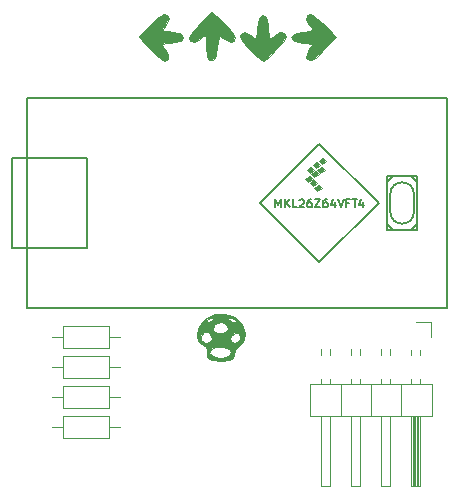
<source format=gbr>
%TF.GenerationSoftware,KiCad,Pcbnew,(5.1.10)-1*%
%TF.CreationDate,2021-05-24T22:46:13-05:00*%
%TF.ProjectId,mario2,6d617269-6f32-42e6-9b69-6361645f7063,rev?*%
%TF.SameCoordinates,Original*%
%TF.FileFunction,Legend,Top*%
%TF.FilePolarity,Positive*%
%FSLAX46Y46*%
G04 Gerber Fmt 4.6, Leading zero omitted, Abs format (unit mm)*
G04 Created by KiCad (PCBNEW (5.1.10)-1) date 2021-05-24 22:46:13*
%MOMM*%
%LPD*%
G01*
G04 APERTURE LIST*
%ADD10C,0.010000*%
%ADD11C,0.120000*%
%ADD12C,0.100000*%
%ADD13C,0.150000*%
G04 APERTURE END LIST*
D10*
%TO.C,G\u002A\u002A\u002A*%
G36*
X109578632Y-54150622D02*
G01*
X110187418Y-54696738D01*
X110296090Y-54804560D01*
X111363215Y-55871686D01*
X110367059Y-56891843D01*
X109706084Y-57537739D01*
X109286024Y-57842597D01*
X109016506Y-57850498D01*
X108829108Y-57641994D01*
X108852671Y-57271897D01*
X109092303Y-56896769D01*
X109334457Y-56587451D01*
X109254594Y-56436135D01*
X108771857Y-56360652D01*
X108545685Y-56341274D01*
X107824731Y-56194591D01*
X107570005Y-55904999D01*
X107569000Y-55880000D01*
X107793119Y-55580339D01*
X108481811Y-55424367D01*
X108545685Y-55418725D01*
X109162210Y-55351113D01*
X109350760Y-55231478D01*
X109190196Y-54973355D01*
X109072387Y-54841223D01*
X108784186Y-54403755D01*
X108891411Y-54076736D01*
X108925684Y-54040715D01*
X109186782Y-53947960D01*
X109578632Y-54150622D01*
G37*
X109578632Y-54150622D02*
X110187418Y-54696738D01*
X110296090Y-54804560D01*
X111363215Y-55871686D01*
X110367059Y-56891843D01*
X109706084Y-57537739D01*
X109286024Y-57842597D01*
X109016506Y-57850498D01*
X108829108Y-57641994D01*
X108852671Y-57271897D01*
X109092303Y-56896769D01*
X109334457Y-56587451D01*
X109254594Y-56436135D01*
X108771857Y-56360652D01*
X108545685Y-56341274D01*
X107824731Y-56194591D01*
X107570005Y-55904999D01*
X107569000Y-55880000D01*
X107793119Y-55580339D01*
X108481811Y-55424367D01*
X108545685Y-55418725D01*
X109162210Y-55351113D01*
X109350760Y-55231478D01*
X109190196Y-54973355D01*
X109072387Y-54841223D01*
X108784186Y-54403755D01*
X108891411Y-54076736D01*
X108925684Y-54040715D01*
X109186782Y-53947960D01*
X109578632Y-54150622D01*
G36*
X105433054Y-54166668D02*
G01*
X105588191Y-54780768D01*
X105616328Y-55079542D01*
X105678523Y-55752093D01*
X105782199Y-55999340D01*
X105999589Y-55903047D01*
X106193829Y-55733244D01*
X106634809Y-55444772D01*
X106963608Y-55555104D01*
X106991180Y-55581580D01*
X107082846Y-55850841D01*
X106868502Y-56258713D01*
X106301867Y-56893062D01*
X106298630Y-56896378D01*
X105730377Y-57452885D01*
X105306092Y-57821784D01*
X105156000Y-57912000D01*
X104910076Y-57744830D01*
X104434230Y-57313652D01*
X104013369Y-56896378D01*
X103445133Y-56260875D01*
X103229385Y-55852224D01*
X103319844Y-55582558D01*
X103320819Y-55581580D01*
X103647462Y-55439117D01*
X104072871Y-55692907D01*
X104118170Y-55733244D01*
X104428907Y-55983655D01*
X104586197Y-55935502D01*
X104662272Y-55507022D01*
X104695671Y-55079542D01*
X104816605Y-54316252D01*
X105051550Y-53994361D01*
X105156000Y-53975000D01*
X105433054Y-54166668D01*
G37*
X105433054Y-54166668D02*
X105588191Y-54780768D01*
X105616328Y-55079542D01*
X105678523Y-55752093D01*
X105782199Y-55999340D01*
X105999589Y-55903047D01*
X106193829Y-55733244D01*
X106634809Y-55444772D01*
X106963608Y-55555104D01*
X106991180Y-55581580D01*
X107082846Y-55850841D01*
X106868502Y-56258713D01*
X106301867Y-56893062D01*
X106298630Y-56896378D01*
X105730377Y-57452885D01*
X105306092Y-57821784D01*
X105156000Y-57912000D01*
X104910076Y-57744830D01*
X104434230Y-57313652D01*
X104013369Y-56896378D01*
X103445133Y-56260875D01*
X103229385Y-55852224D01*
X103319844Y-55582558D01*
X103320819Y-55581580D01*
X103647462Y-55439117D01*
X104072871Y-55692907D01*
X104118170Y-55733244D01*
X104428907Y-55983655D01*
X104586197Y-55935502D01*
X104662272Y-55507022D01*
X104695671Y-55079542D01*
X104816605Y-54316252D01*
X105051550Y-53994361D01*
X105156000Y-53975000D01*
X105433054Y-54166668D01*
G36*
X101909282Y-54799752D02*
G01*
X102509520Y-55447639D01*
X102759628Y-55865977D01*
X102707629Y-56140718D01*
X102677284Y-56174315D01*
X102352378Y-56322656D01*
X101934985Y-56079188D01*
X101875829Y-56026755D01*
X101563119Y-55774879D01*
X101405931Y-55825029D01*
X101330094Y-56258628D01*
X101298328Y-56660716D01*
X101156521Y-57453869D01*
X100898485Y-57850417D01*
X100561525Y-57799256D01*
X100504625Y-57747958D01*
X100393343Y-57402824D01*
X100333366Y-56761517D01*
X100330000Y-56560299D01*
X100316113Y-55924986D01*
X100225208Y-55718925D01*
X99983411Y-55863378D01*
X99815998Y-56012431D01*
X99371350Y-56310770D01*
X99044982Y-56217569D01*
X98998715Y-56174315D01*
X98906198Y-55913489D01*
X99108700Y-55521749D01*
X99654244Y-54913146D01*
X99766717Y-54799752D01*
X100838000Y-53728471D01*
X101909282Y-54799752D01*
G37*
X101909282Y-54799752D02*
X102509520Y-55447639D01*
X102759628Y-55865977D01*
X102707629Y-56140718D01*
X102677284Y-56174315D01*
X102352378Y-56322656D01*
X101934985Y-56079188D01*
X101875829Y-56026755D01*
X101563119Y-55774879D01*
X101405931Y-55825029D01*
X101330094Y-56258628D01*
X101298328Y-56660716D01*
X101156521Y-57453869D01*
X100898485Y-57850417D01*
X100561525Y-57799256D01*
X100504625Y-57747958D01*
X100393343Y-57402824D01*
X100333366Y-56761517D01*
X100330000Y-56560299D01*
X100316113Y-55924986D01*
X100225208Y-55718925D01*
X99983411Y-55863378D01*
X99815998Y-56012431D01*
X99371350Y-56310770D01*
X99044982Y-56217569D01*
X98998715Y-56174315D01*
X98906198Y-55913489D01*
X99108700Y-55521749D01*
X99654244Y-54913146D01*
X99766717Y-54799752D01*
X100838000Y-53728471D01*
X101909282Y-54799752D01*
G36*
X97036057Y-54011445D02*
G01*
X97068315Y-54040715D01*
X97216778Y-54365754D01*
X96973135Y-54783112D01*
X96921612Y-54841223D01*
X96661958Y-55164902D01*
X96725067Y-55321199D01*
X97189795Y-55396576D01*
X97448314Y-55418725D01*
X98169268Y-55565408D01*
X98423994Y-55855000D01*
X98425000Y-55880000D01*
X98200880Y-56179660D01*
X97512188Y-56335632D01*
X97448314Y-56341274D01*
X96834015Y-56410144D01*
X96645969Y-56531088D01*
X96803321Y-56786275D01*
X96901696Y-56896769D01*
X97156918Y-57377306D01*
X97098856Y-57775098D01*
X96810558Y-57912000D01*
X96543984Y-57744171D01*
X96053180Y-57311274D01*
X95626940Y-56891843D01*
X94630785Y-55871686D01*
X95697909Y-54804560D01*
X96344366Y-54205947D01*
X96761687Y-53957588D01*
X97036057Y-54011445D01*
G37*
X97036057Y-54011445D02*
X97068315Y-54040715D01*
X97216778Y-54365754D01*
X96973135Y-54783112D01*
X96921612Y-54841223D01*
X96661958Y-55164902D01*
X96725067Y-55321199D01*
X97189795Y-55396576D01*
X97448314Y-55418725D01*
X98169268Y-55565408D01*
X98423994Y-55855000D01*
X98425000Y-55880000D01*
X98200880Y-56179660D01*
X97512188Y-56335632D01*
X97448314Y-56341274D01*
X96834015Y-56410144D01*
X96645969Y-56531088D01*
X96803321Y-56786275D01*
X96901696Y-56896769D01*
X97156918Y-57377306D01*
X97098856Y-57775098D01*
X96810558Y-57912000D01*
X96543984Y-57744171D01*
X96053180Y-57311274D01*
X95626940Y-56891843D01*
X94630785Y-55871686D01*
X95697909Y-54804560D01*
X96344366Y-54205947D01*
X96761687Y-53957588D01*
X97036057Y-54011445D01*
G36*
X102775196Y-79608012D02*
G01*
X103370644Y-80169644D01*
X103629505Y-80960263D01*
X103632000Y-81052620D01*
X103478599Y-81724606D01*
X103187500Y-81986684D01*
X102818217Y-82364265D01*
X102743000Y-82677000D01*
X102650106Y-83011315D01*
X102286636Y-83186808D01*
X101661176Y-83263218D01*
X100885250Y-83254780D01*
X100495199Y-83068335D01*
X100432168Y-82957881D01*
X100396516Y-82624542D01*
X100627833Y-82624542D01*
X100889675Y-82906079D01*
X101468403Y-83019309D01*
X101687337Y-83008815D01*
X102302319Y-82837534D01*
X102489000Y-82550000D01*
X102274207Y-82260962D01*
X101773405Y-82090973D01*
X101201959Y-82077298D01*
X100778388Y-82254011D01*
X100627833Y-82624542D01*
X100396516Y-82624542D01*
X100381557Y-82484690D01*
X100431635Y-82337040D01*
X100348272Y-82095934D01*
X100073143Y-81967656D01*
X99659019Y-81644628D01*
X99562296Y-81159584D01*
X99911527Y-81159584D01*
X99935321Y-81511868D01*
X100283876Y-81763618D01*
X100665400Y-81721465D01*
X100838000Y-81421990D01*
X100816775Y-81366566D01*
X102405911Y-81366566D01*
X102458344Y-81720650D01*
X102783433Y-81744088D01*
X103174595Y-81497414D01*
X103251000Y-81276521D01*
X103092447Y-80953005D01*
X102758907Y-80934482D01*
X102463559Y-81198238D01*
X102405911Y-81366566D01*
X100816775Y-81366566D01*
X100668768Y-80980092D01*
X100561868Y-80885321D01*
X100181468Y-80873855D01*
X99911527Y-81159584D01*
X99562296Y-81159584D01*
X99545707Y-81076396D01*
X99667544Y-80620500D01*
X100908935Y-80620500D01*
X100960298Y-80764393D01*
X101319410Y-80974090D01*
X101804721Y-80939900D01*
X102171872Y-80708388D01*
X102235000Y-80521478D01*
X102030638Y-80178720D01*
X101576796Y-80036371D01*
X101112336Y-80154898D01*
X101036351Y-80218048D01*
X100908935Y-80620500D01*
X99667544Y-80620500D01*
X99721577Y-80418317D01*
X100145700Y-79864051D01*
X100366670Y-79864051D01*
X100426562Y-79996588D01*
X100569009Y-80010000D01*
X100913438Y-79825524D01*
X100963201Y-79758909D01*
X100929898Y-79641332D01*
X102213609Y-79641332D01*
X102236798Y-79758909D01*
X102508467Y-79969466D01*
X102799602Y-80004801D01*
X102870000Y-79910175D01*
X102670761Y-79747045D01*
X102475807Y-79659084D01*
X102213609Y-79641332D01*
X100929898Y-79641332D01*
X100922318Y-79614572D01*
X100724192Y-79659084D01*
X100366670Y-79864051D01*
X100145700Y-79864051D01*
X100175009Y-79825749D01*
X100237254Y-79774435D01*
X101081710Y-79362668D01*
X101969955Y-79323107D01*
X102775196Y-79608012D01*
G37*
X102775196Y-79608012D02*
X103370644Y-80169644D01*
X103629505Y-80960263D01*
X103632000Y-81052620D01*
X103478599Y-81724606D01*
X103187500Y-81986684D01*
X102818217Y-82364265D01*
X102743000Y-82677000D01*
X102650106Y-83011315D01*
X102286636Y-83186808D01*
X101661176Y-83263218D01*
X100885250Y-83254780D01*
X100495199Y-83068335D01*
X100432168Y-82957881D01*
X100396516Y-82624542D01*
X100627833Y-82624542D01*
X100889675Y-82906079D01*
X101468403Y-83019309D01*
X101687337Y-83008815D01*
X102302319Y-82837534D01*
X102489000Y-82550000D01*
X102274207Y-82260962D01*
X101773405Y-82090973D01*
X101201959Y-82077298D01*
X100778388Y-82254011D01*
X100627833Y-82624542D01*
X100396516Y-82624542D01*
X100381557Y-82484690D01*
X100431635Y-82337040D01*
X100348272Y-82095934D01*
X100073143Y-81967656D01*
X99659019Y-81644628D01*
X99562296Y-81159584D01*
X99911527Y-81159584D01*
X99935321Y-81511868D01*
X100283876Y-81763618D01*
X100665400Y-81721465D01*
X100838000Y-81421990D01*
X100816775Y-81366566D01*
X102405911Y-81366566D01*
X102458344Y-81720650D01*
X102783433Y-81744088D01*
X103174595Y-81497414D01*
X103251000Y-81276521D01*
X103092447Y-80953005D01*
X102758907Y-80934482D01*
X102463559Y-81198238D01*
X102405911Y-81366566D01*
X100816775Y-81366566D01*
X100668768Y-80980092D01*
X100561868Y-80885321D01*
X100181468Y-80873855D01*
X99911527Y-81159584D01*
X99562296Y-81159584D01*
X99545707Y-81076396D01*
X99667544Y-80620500D01*
X100908935Y-80620500D01*
X100960298Y-80764393D01*
X101319410Y-80974090D01*
X101804721Y-80939900D01*
X102171872Y-80708388D01*
X102235000Y-80521478D01*
X102030638Y-80178720D01*
X101576796Y-80036371D01*
X101112336Y-80154898D01*
X101036351Y-80218048D01*
X100908935Y-80620500D01*
X99667544Y-80620500D01*
X99721577Y-80418317D01*
X100145700Y-79864051D01*
X100366670Y-79864051D01*
X100426562Y-79996588D01*
X100569009Y-80010000D01*
X100913438Y-79825524D01*
X100963201Y-79758909D01*
X100929898Y-79641332D01*
X102213609Y-79641332D01*
X102236798Y-79758909D01*
X102508467Y-79969466D01*
X102799602Y-80004801D01*
X102870000Y-79910175D01*
X102670761Y-79747045D01*
X102475807Y-79659084D01*
X102213609Y-79641332D01*
X100929898Y-79641332D01*
X100922318Y-79614572D01*
X100724192Y-79659084D01*
X100366670Y-79864051D01*
X100145700Y-79864051D01*
X100175009Y-79825749D01*
X100237254Y-79774435D01*
X101081710Y-79362668D01*
X101969955Y-79323107D01*
X102775196Y-79608012D01*
D11*
%TO.C,J2*%
X119440000Y-85260000D02*
X109160000Y-85260000D01*
X109160000Y-85260000D02*
X109160000Y-87920000D01*
X109160000Y-87920000D02*
X119440000Y-87920000D01*
X119440000Y-87920000D02*
X119440000Y-85260000D01*
X118490000Y-87920000D02*
X118490000Y-93920000D01*
X118490000Y-93920000D02*
X117730000Y-93920000D01*
X117730000Y-93920000D02*
X117730000Y-87920000D01*
X118430000Y-87920000D02*
X118430000Y-93920000D01*
X118310000Y-87920000D02*
X118310000Y-93920000D01*
X118190000Y-87920000D02*
X118190000Y-93920000D01*
X118070000Y-87920000D02*
X118070000Y-93920000D01*
X117950000Y-87920000D02*
X117950000Y-93920000D01*
X117830000Y-87920000D02*
X117830000Y-93920000D01*
X118490000Y-84862929D02*
X118490000Y-85260000D01*
X117730000Y-84862929D02*
X117730000Y-85260000D01*
X118490000Y-82390000D02*
X118490000Y-82777071D01*
X117730000Y-82390000D02*
X117730000Y-82777071D01*
X116840000Y-85260000D02*
X116840000Y-87920000D01*
X115950000Y-87920000D02*
X115950000Y-93920000D01*
X115950000Y-93920000D02*
X115190000Y-93920000D01*
X115190000Y-93920000D02*
X115190000Y-87920000D01*
X115950000Y-84862929D02*
X115950000Y-85260000D01*
X115190000Y-84862929D02*
X115190000Y-85260000D01*
X115950000Y-82322929D02*
X115950000Y-82777071D01*
X115190000Y-82322929D02*
X115190000Y-82777071D01*
X114300000Y-85260000D02*
X114300000Y-87920000D01*
X113410000Y-87920000D02*
X113410000Y-93920000D01*
X113410000Y-93920000D02*
X112650000Y-93920000D01*
X112650000Y-93920000D02*
X112650000Y-87920000D01*
X113410000Y-84862929D02*
X113410000Y-85260000D01*
X112650000Y-84862929D02*
X112650000Y-85260000D01*
X113410000Y-82322929D02*
X113410000Y-82777071D01*
X112650000Y-82322929D02*
X112650000Y-82777071D01*
X111760000Y-85260000D02*
X111760000Y-87920000D01*
X110870000Y-87920000D02*
X110870000Y-93920000D01*
X110870000Y-93920000D02*
X110110000Y-93920000D01*
X110110000Y-93920000D02*
X110110000Y-87920000D01*
X110870000Y-84862929D02*
X110870000Y-85260000D01*
X110110000Y-84862929D02*
X110110000Y-85260000D01*
X110870000Y-82322929D02*
X110870000Y-82777071D01*
X110110000Y-82322929D02*
X110110000Y-82777071D01*
X118110000Y-80010000D02*
X119380000Y-80010000D01*
X119380000Y-80010000D02*
X119380000Y-81280000D01*
%TO.C,R1*%
X92090000Y-82200000D02*
X92090000Y-80360000D01*
X92090000Y-80360000D02*
X88250000Y-80360000D01*
X88250000Y-80360000D02*
X88250000Y-82200000D01*
X88250000Y-82200000D02*
X92090000Y-82200000D01*
X93040000Y-81280000D02*
X92090000Y-81280000D01*
X87300000Y-81280000D02*
X88250000Y-81280000D01*
%TO.C,R2*%
X87300000Y-83820000D02*
X88250000Y-83820000D01*
X93040000Y-83820000D02*
X92090000Y-83820000D01*
X88250000Y-84740000D02*
X92090000Y-84740000D01*
X88250000Y-82900000D02*
X88250000Y-84740000D01*
X92090000Y-82900000D02*
X88250000Y-82900000D01*
X92090000Y-84740000D02*
X92090000Y-82900000D01*
%TO.C,R3*%
X92090000Y-87280000D02*
X92090000Y-85440000D01*
X92090000Y-85440000D02*
X88250000Y-85440000D01*
X88250000Y-85440000D02*
X88250000Y-87280000D01*
X88250000Y-87280000D02*
X92090000Y-87280000D01*
X93040000Y-86360000D02*
X92090000Y-86360000D01*
X87300000Y-86360000D02*
X88250000Y-86360000D01*
%TO.C,R4*%
X87300000Y-88900000D02*
X88250000Y-88900000D01*
X93040000Y-88900000D02*
X92090000Y-88900000D01*
X88250000Y-89820000D02*
X92090000Y-89820000D01*
X88250000Y-87980000D02*
X88250000Y-89820000D01*
X92090000Y-87980000D02*
X88250000Y-87980000D01*
X92090000Y-89820000D02*
X92090000Y-87980000D01*
D12*
%TO.C,U1*%
G36*
X110021001Y-67346001D02*
G01*
X109767001Y-67092001D01*
X110148001Y-66838001D01*
X110402001Y-67092001D01*
X110021001Y-67346001D01*
G37*
X110021001Y-67346001D02*
X109767001Y-67092001D01*
X110148001Y-66838001D01*
X110402001Y-67092001D01*
X110021001Y-67346001D01*
G36*
X109005001Y-68108001D02*
G01*
X108751001Y-67854001D01*
X109132001Y-67600001D01*
X109386001Y-67854001D01*
X109005001Y-68108001D01*
G37*
X109005001Y-68108001D02*
X108751001Y-67854001D01*
X109132001Y-67600001D01*
X109386001Y-67854001D01*
X109005001Y-68108001D01*
G36*
X109767001Y-68870001D02*
G01*
X109513001Y-68616001D01*
X109894001Y-68362001D01*
X110148001Y-68616001D01*
X109767001Y-68870001D01*
G37*
X109767001Y-68870001D02*
X109513001Y-68616001D01*
X109894001Y-68362001D01*
X110148001Y-68616001D01*
X109767001Y-68870001D01*
G36*
X109640001Y-66965001D02*
G01*
X109386001Y-66711001D01*
X109767001Y-66457001D01*
X110021001Y-66711001D01*
X109640001Y-66965001D01*
G37*
X109640001Y-66965001D02*
X109386001Y-66711001D01*
X109767001Y-66457001D01*
X110021001Y-66711001D01*
X109640001Y-66965001D01*
G36*
X109386001Y-68489001D02*
G01*
X109132001Y-68235001D01*
X109513001Y-67981001D01*
X109767001Y-68235001D01*
X109386001Y-68489001D01*
G37*
X109386001Y-68489001D02*
X109132001Y-68235001D01*
X109513001Y-67981001D01*
X109767001Y-68235001D01*
X109386001Y-68489001D01*
G36*
X110148001Y-66584001D02*
G01*
X109894001Y-66330001D01*
X110275001Y-66076001D01*
X110529001Y-66330001D01*
X110148001Y-66584001D01*
G37*
X110148001Y-66584001D02*
X109894001Y-66330001D01*
X110275001Y-66076001D01*
X110529001Y-66330001D01*
X110148001Y-66584001D01*
G36*
X109513001Y-67727001D02*
G01*
X109259001Y-67473001D01*
X109640001Y-67219001D01*
X109894001Y-67473001D01*
X109513001Y-67727001D01*
G37*
X109513001Y-67727001D02*
X109259001Y-67473001D01*
X109640001Y-67219001D01*
X109894001Y-67473001D01*
X109513001Y-67727001D01*
G36*
X109132001Y-67346001D02*
G01*
X108878001Y-67092001D01*
X109259001Y-66838001D01*
X109513001Y-67092001D01*
X109132001Y-67346001D01*
G37*
X109132001Y-67346001D02*
X108878001Y-67092001D01*
X109259001Y-66838001D01*
X109513001Y-67092001D01*
X109132001Y-67346001D01*
D13*
X85165001Y-78815001D02*
X85165001Y-61035001D01*
X120725001Y-78815001D02*
X85165001Y-78815001D01*
X120725001Y-61035001D02*
X120725001Y-78815001D01*
X85165001Y-61035001D02*
X120725001Y-61035001D01*
X115645001Y-67675001D02*
X118185001Y-67675001D01*
X115645001Y-72175001D02*
X115645001Y-67675001D01*
X118185001Y-72175001D02*
X115645001Y-72175001D01*
X118195001Y-67675001D02*
X118185001Y-72175001D01*
X90245001Y-73735001D02*
X85165001Y-73735001D01*
X90245001Y-66115001D02*
X85165001Y-66115001D01*
X90245001Y-73735001D02*
X90245001Y-66115001D01*
X83895001Y-66115001D02*
X85165001Y-66115001D01*
X83895001Y-73735001D02*
X83895001Y-66115001D01*
X85165001Y-73735001D02*
X83895001Y-73735001D01*
X114945001Y-69925001D02*
X109945001Y-64925001D01*
X109945001Y-64925001D02*
X104945001Y-69925001D01*
X104945001Y-69925001D02*
X109945001Y-74925001D01*
X109945001Y-74925001D02*
X114945001Y-69925001D01*
X115945001Y-69175001D02*
X115945001Y-70675001D01*
X117945001Y-70675001D02*
X117945001Y-69175001D01*
X118195001Y-68175001D02*
X117695001Y-67675001D01*
X117695001Y-67675001D02*
X116195001Y-67675001D01*
X115695001Y-68175001D02*
X116195001Y-67675001D01*
X118195001Y-71675001D02*
X117695001Y-72175001D01*
X115645001Y-72175001D02*
X116195001Y-72175001D01*
X116195001Y-72175001D02*
X115695001Y-71675001D01*
X115945001Y-69175001D02*
G75*
G02*
X117945001Y-69175001I1000000J0D01*
G01*
X117945001Y-70675001D02*
G75*
G02*
X115945001Y-70675001I-1000000J0D01*
G01*
X106211667Y-70301667D02*
X106211667Y-69601667D01*
X106445001Y-70101667D01*
X106678334Y-69601667D01*
X106678334Y-70301667D01*
X107011667Y-70301667D02*
X107011667Y-69601667D01*
X107411667Y-70301667D02*
X107111667Y-69901667D01*
X107411667Y-69601667D02*
X107011667Y-70001667D01*
X108045001Y-70301667D02*
X107711667Y-70301667D01*
X107711667Y-69601667D01*
X108245001Y-69668334D02*
X108278334Y-69635001D01*
X108345001Y-69601667D01*
X108511667Y-69601667D01*
X108578334Y-69635001D01*
X108611667Y-69668334D01*
X108645001Y-69735001D01*
X108645001Y-69801667D01*
X108611667Y-69901667D01*
X108211667Y-70301667D01*
X108645001Y-70301667D01*
X109245001Y-69601667D02*
X109111667Y-69601667D01*
X109045001Y-69635001D01*
X109011667Y-69668334D01*
X108945001Y-69768334D01*
X108911667Y-69901667D01*
X108911667Y-70168334D01*
X108945001Y-70235001D01*
X108978334Y-70268334D01*
X109045001Y-70301667D01*
X109178334Y-70301667D01*
X109245001Y-70268334D01*
X109278334Y-70235001D01*
X109311667Y-70168334D01*
X109311667Y-70001667D01*
X109278334Y-69935001D01*
X109245001Y-69901667D01*
X109178334Y-69868334D01*
X109045001Y-69868334D01*
X108978334Y-69901667D01*
X108945001Y-69935001D01*
X108911667Y-70001667D01*
X109545001Y-69601667D02*
X110011667Y-69601667D01*
X109545001Y-70301667D01*
X110011667Y-70301667D01*
X110578334Y-69601667D02*
X110445001Y-69601667D01*
X110378334Y-69635001D01*
X110345001Y-69668334D01*
X110278334Y-69768334D01*
X110245001Y-69901667D01*
X110245001Y-70168334D01*
X110278334Y-70235001D01*
X110311667Y-70268334D01*
X110378334Y-70301667D01*
X110511667Y-70301667D01*
X110578334Y-70268334D01*
X110611667Y-70235001D01*
X110645001Y-70168334D01*
X110645001Y-70001667D01*
X110611667Y-69935001D01*
X110578334Y-69901667D01*
X110511667Y-69868334D01*
X110378334Y-69868334D01*
X110311667Y-69901667D01*
X110278334Y-69935001D01*
X110245001Y-70001667D01*
X111245001Y-69835001D02*
X111245001Y-70301667D01*
X111078334Y-69568334D02*
X110911667Y-70068334D01*
X111345001Y-70068334D01*
X111511667Y-69601667D02*
X111745001Y-70301667D01*
X111978334Y-69601667D01*
X112445001Y-69935001D02*
X112211667Y-69935001D01*
X112211667Y-70301667D02*
X112211667Y-69601667D01*
X112545001Y-69601667D01*
X112711667Y-69601667D02*
X113111667Y-69601667D01*
X112911667Y-70301667D02*
X112911667Y-69601667D01*
X113645001Y-69835001D02*
X113645001Y-70301667D01*
X113478334Y-69568334D02*
X113311667Y-70068334D01*
X113745001Y-70068334D01*
%TD*%
M02*

</source>
